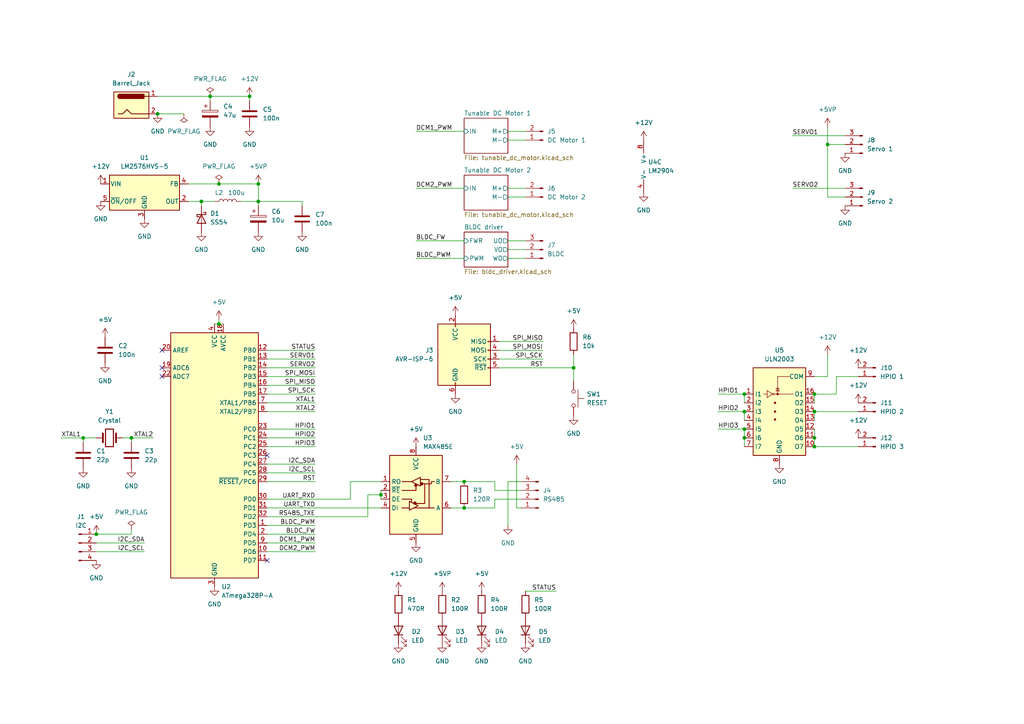
<source format=kicad_sch>
(kicad_sch (version 20211123) (generator eeschema)
  (paper "A4")
  (lib_symbols
    (symbol "Amplifier_Operational:LM2904" (pin_names (offset 0.127))
      (property "Reference" "U" (at 0 5.08 0))
      (property "Value" "LM2904" (at 0 -5.08 0))
      (symbol "LM2904_1_1"
        (polyline (pts (xy -5.08 5.08) (xy 5.08 0) (xy -5.08 -5.08) (xy -5.08 5.08)) (stroke (width 0.254)) (fill (type background)))
        (pin output line (at 7.62 0 180) (length 2.54) (name "~") (number "1"))
        (pin input line (at -7.62 -2.54 0) (length 2.54) (name "-") (number "2"))
        (pin input line (at -7.62 2.54 0) (length 2.54) (name "+") (number "3"))
      )
      (symbol "LM2904_2_1"
        (polyline (pts (xy -5.08 5.08) (xy 5.08 0) (xy -5.08 -5.08) (xy -5.08 5.08)) (stroke (width 0.254)) (fill (type background)))
        (pin input line (at -7.62 2.54 0) (length 2.54) (name "+") (number "5"))
        (pin input line (at -7.62 -2.54 0) (length 2.54) (name "-") (number "6"))
        (pin output line (at 7.62 0 180) (length 2.54) (name "~") (number "7"))
      )
      (symbol "LM2904_3_1"
        (pin power_in line (at -2.54 -7.62 90) (length 3.81) (name "V-") (number "4"))
        (pin power_in line (at -2.54 7.62 270) (length 3.81) (name "V+") (number "8"))
      )
    )
    (symbol "Connector:AVR-ISP-6" (pin_names (offset 1.016))
      (property "Reference" "J" (at -6.35 11.43 0))
      (property "Value" "AVR-ISP-6" (at 0 11.43 0))
      (symbol "AVR-ISP-6_0_1"
        (rectangle (start -2.667 -6.858) (end -2.413 -7.62))
        (rectangle (start -2.667 10.16) (end -2.413 9.398))
        (rectangle (start 7.62 -2.413) (end 6.858 -2.667))
        (rectangle (start 7.62 0.127) (end 6.858 -0.127))
        (rectangle (start 7.62 2.667) (end 6.858 2.413))
        (rectangle (start 7.62 5.207) (end 6.858 4.953))
        (rectangle (start 7.62 10.16) (end -7.62 -7.62) (stroke (width 0.254)) (fill (type background)))
      )
      (symbol "AVR-ISP-6_1_1"
        (pin passive line (at 10.16 5.08 180) (length 2.54) (name "MISO") (number "1"))
        (pin passive line (at -2.54 12.7 270) (length 2.54) (name "VCC") (number "2"))
        (pin passive line (at 10.16 0 180) (length 2.54) (name "SCK") (number "3"))
        (pin passive line (at 10.16 2.54 180) (length 2.54) (name "MOSI") (number "4"))
        (pin passive line (at 10.16 -2.54 180) (length 2.54) (name "~{RST}") (number "5"))
        (pin passive line (at -2.54 -10.16 90) (length 2.54) (name "GND") (number "6"))
      )
    )
    (symbol "Connector:Barrel_Jack" (pin_names (offset 1.016))
      (property "Reference" "J" (at 0 5.334 0))
      (property "Value" "Barrel_Jack" (at 0 -5.08 0))
      (symbol "Barrel_Jack_0_1"
        (rectangle (start -5.08 3.81) (end 5.08 -3.81) (stroke (width 0.254)) (fill (type background)))
        (arc (start -3.302 3.175) (mid -3.937 2.54) (end -3.302 1.905) (stroke (width 0.254)))
        (arc (start -3.302 3.175) (mid -3.937 2.54) (end -3.302 1.905) (stroke (width 0.254)) (fill (type outline)))
        (polyline (pts (xy 5.08 2.54) (xy 3.81 2.54)) (stroke (width 0.254)))
        (polyline (pts (xy -3.81 -2.54) (xy -2.54 -2.54) (xy -1.27 -1.27) (xy 0 -2.54) (xy 2.54 -2.54) (xy 5.08 -2.54)) (stroke (width 0.254)))
        (rectangle (start 3.683 3.175) (end -3.302 1.905) (stroke (width 0.254)) (fill (type outline)))
      )
      (symbol "Barrel_Jack_1_1"
        (pin passive line (at 7.62 2.54 180) (length 2.54) (name "~") (number "1"))
        (pin passive line (at 7.62 -2.54 180) (length 2.54) (name "~") (number "2"))
      )
    )
    (symbol "Connector:Conn_01x02_Male" (pin_names (offset 1.016) hide)
      (property "Reference" "J" (at 0 2.54 0))
      (property "Value" "Conn_01x02_Male" (at 0 -5.08 0))
      (symbol "Conn_01x02_Male_1_1"
        (polyline (pts (xy 1.27 -2.54) (xy 0.8636 -2.54)) (stroke (width 0.1524)))
        (polyline (pts (xy 1.27 0) (xy 0.8636 0)) (stroke (width 0.1524)))
        (rectangle (start 0.8636 -2.413) (end 0 -2.667) (stroke (width 0.1524)) (fill (type outline)))
        (rectangle (start 0.8636 0.127) (end 0 -0.127) (stroke (width 0.1524)) (fill (type outline)))
        (pin passive line (at 5.08 0 180) (length 3.81) (name "Pin_1") (number "1"))
        (pin passive line (at 5.08 -2.54 180) (length 3.81) (name "Pin_2") (number "2"))
      )
    )
    (symbol "Connector:Conn_01x03_Male" (pin_names (offset 1.016) hide)
      (property "Reference" "J" (at 0 5.08 0))
      (property "Value" "Conn_01x03_Male" (at 0 -5.08 0))
      (symbol "Conn_01x03_Male_1_1"
        (polyline (pts (xy 1.27 -2.54) (xy 0.8636 -2.54)) (stroke (width 0.1524)))
        (polyline (pts (xy 1.27 0) (xy 0.8636 0)) (stroke (width 0.1524)))
        (polyline (pts (xy 1.27 2.54) (xy 0.8636 2.54)) (stroke (width 0.1524)))
        (rectangle (start 0.8636 -2.413) (end 0 -2.667) (stroke (width 0.1524)) (fill (type outline)))
        (rectangle (start 0.8636 0.127) (end 0 -0.127) (stroke (width 0.1524)) (fill (type outline)))
        (rectangle (start 0.8636 2.667) (end 0 2.413) (stroke (width 0.1524)) (fill (type outline)))
        (pin passive line (at 5.08 2.54 180) (length 3.81) (name "Pin_1") (number "1"))
        (pin passive line (at 5.08 0 180) (length 3.81) (name "Pin_2") (number "2"))
        (pin passive line (at 5.08 -2.54 180) (length 3.81) (name "Pin_3") (number "3"))
      )
    )
    (symbol "Connector:Conn_01x04_Male" (pin_names (offset 1.016) hide)
      (property "Reference" "J" (at 0 5.08 0))
      (property "Value" "Conn_01x04_Male" (at 0 -7.62 0))
      (symbol "Conn_01x04_Male_1_1"
        (polyline (pts (xy 1.27 -5.08) (xy 0.8636 -5.08)) (stroke (width 0.1524)))
        (polyline (pts (xy 1.27 -2.54) (xy 0.8636 -2.54)) (stroke (width 0.1524)))
        (polyline (pts (xy 1.27 0) (xy 0.8636 0)) (stroke (width 0.1524)))
        (polyline (pts (xy 1.27 2.54) (xy 0.8636 2.54)) (stroke (width 0.1524)))
        (rectangle (start 0.8636 -4.953) (end 0 -5.207) (stroke (width 0.1524)) (fill (type outline)))
        (rectangle (start 0.8636 -2.413) (end 0 -2.667) (stroke (width 0.1524)) (fill (type outline)))
        (rectangle (start 0.8636 0.127) (end 0 -0.127) (stroke (width 0.1524)) (fill (type outline)))
        (rectangle (start 0.8636 2.667) (end 0 2.413) (stroke (width 0.1524)) (fill (type outline)))
        (pin passive line (at 5.08 2.54 180) (length 3.81) (name "Pin_1") (number "1"))
        (pin passive line (at 5.08 0 180) (length 3.81) (name "Pin_2") (number "2"))
        (pin passive line (at 5.08 -2.54 180) (length 3.81) (name "Pin_3") (number "3"))
        (pin passive line (at 5.08 -5.08 180) (length 3.81) (name "Pin_4") (number "4"))
      )
    )
    (symbol "Device:C" (pin_numbers hide) (pin_names (offset 0.254))
      (property "Reference" "C" (at 0.635 2.54 0))
      (property "Value" "C" (at 0.635 -2.54 0))
      (symbol "C_0_1"
        (polyline (pts (xy -2.032 -0.762) (xy 2.032 -0.762)) (stroke (width 0.508)))
        (polyline (pts (xy -2.032 0.762) (xy 2.032 0.762)) (stroke (width 0.508)))
      )
      (symbol "C_1_1"
        (pin passive line (at 0 3.81 270) (length 2.794) (name "~") (number "1"))
        (pin passive line (at 0 -3.81 90) (length 2.794) (name "~") (number "2"))
      )
    )
    (symbol "Device:C_Polarized" (pin_numbers hide) (pin_names (offset 0.254))
      (property "Reference" "C" (at 0.635 2.54 0))
      (property "Value" "C_Polarized" (at 0.635 -2.54 0))
      (symbol "C_Polarized_0_1"
        (rectangle (start -2.286 0.508) (end 2.286 1.016))
        (polyline (pts (xy -1.778 2.286) (xy -0.762 2.286)))
        (polyline (pts (xy -1.27 2.794) (xy -1.27 1.778)))
        (rectangle (start 2.286 -0.508) (end -2.286 -1.016) (fill (type outline)))
      )
      (symbol "C_Polarized_1_1"
        (pin passive line (at 0 3.81 270) (length 2.794) (name "~") (number "1"))
        (pin passive line (at 0 -3.81 90) (length 2.794) (name "~") (number "2"))
      )
    )
    (symbol "Device:Crystal" (pin_numbers hide) (pin_names (offset 1.016) hide)
      (property "Reference" "Y" (at 0 3.81 0))
      (property "Value" "Crystal" (at 0 -3.81 0))
      (symbol "Crystal_0_1"
        (rectangle (start -1.143 2.54) (end 1.143 -2.54) (stroke (width 0.3048)))
        (polyline (pts (xy -2.54 0) (xy -1.905 0)))
        (polyline (pts (xy -1.905 -1.27) (xy -1.905 1.27)) (stroke (width 0.508)))
        (polyline (pts (xy 1.905 -1.27) (xy 1.905 1.27)) (stroke (width 0.508)))
        (polyline (pts (xy 2.54 0) (xy 1.905 0)))
      )
      (symbol "Crystal_1_1"
        (pin passive line (at -3.81 0 0) (length 1.27) (name "1") (number "1"))
        (pin passive line (at 3.81 0 180) (length 1.27) (name "2") (number "2"))
      )
    )
    (symbol "Device:D_Schottky" (pin_numbers hide) (pin_names (offset 1.016) hide)
      (property "Reference" "D" (at 0 2.54 0))
      (property "Value" "D_Schottky" (at 0 -2.54 0))
      (symbol "D_Schottky_0_1"
        (polyline (pts (xy 1.27 0) (xy -1.27 0)))
        (polyline (pts (xy 1.27 1.27) (xy 1.27 -1.27) (xy -1.27 0) (xy 1.27 1.27)) (stroke (width 0.254)))
        (polyline (pts (xy -1.905 0.635) (xy -1.905 1.27) (xy -1.27 1.27) (xy -1.27 -1.27) (xy -0.635 -1.27) (xy -0.635 -0.635)) (stroke (width 0.254)))
      )
      (symbol "D_Schottky_1_1"
        (pin passive line (at -3.81 0 0) (length 2.54) (name "K") (number "1"))
        (pin passive line (at 3.81 0 180) (length 2.54) (name "A") (number "2"))
      )
    )
    (symbol "Device:L" (pin_numbers hide) (pin_names (offset 1.016) hide)
      (property "Reference" "L" (at -1.27 0 90))
      (property "Value" "L" (at 1.905 0 90))
      (symbol "L_0_1"
        (arc (start 0 -2.54) (mid 0.635 -1.905) (end 0 -1.27))
        (arc (start 0 -1.27) (mid 0.635 -0.635) (end 0 0))
        (arc (start 0 0) (mid 0.635 0.635) (end 0 1.27))
        (arc (start 0 1.27) (mid 0.635 1.905) (end 0 2.54))
      )
      (symbol "L_1_1"
        (pin passive line (at 0 3.81 270) (length 1.27) (name "1") (number "1"))
        (pin passive line (at 0 -3.81 90) (length 1.27) (name "2") (number "2"))
      )
    )
    (symbol "Device:LED" (pin_numbers hide) (pin_names (offset 1.016) hide)
      (property "Reference" "D" (at 0 2.54 0))
      (property "Value" "LED" (at 0 -2.54 0))
      (symbol "LED_0_1"
        (polyline (pts (xy -1.27 -1.27) (xy -1.27 1.27)) (stroke (width 0.254)))
        (polyline (pts (xy -1.27 0) (xy 1.27 0)))
        (polyline (pts (xy 1.27 -1.27) (xy 1.27 1.27) (xy -1.27 0) (xy 1.27 -1.27)) (stroke (width 0.254)))
        (polyline (pts (xy -3.048 -0.762) (xy -4.572 -2.286) (xy -3.81 -2.286) (xy -4.572 -2.286) (xy -4.572 -1.524)))
        (polyline (pts (xy -1.778 -0.762) (xy -3.302 -2.286) (xy -2.54 -2.286) (xy -3.302 -2.286) (xy -3.302 -1.524)))
      )
      (symbol "LED_1_1"
        (pin passive line (at -3.81 0 0) (length 2.54) (name "K") (number "1"))
        (pin passive line (at 3.81 0 180) (length 2.54) (name "A") (number "2"))
      )
    )
    (symbol "Device:R" (pin_numbers hide) (pin_names (offset 0))
      (property "Reference" "R" (at 2.032 0 90))
      (property "Value" "R" (at 0 0 90))
      (symbol "R_0_1"
        (rectangle (start -1.016 -2.54) (end 1.016 2.54) (stroke (width 0.254)))
      )
      (symbol "R_1_1"
        (pin passive line (at 0 3.81 270) (length 1.27) (name "~") (number "1"))
        (pin passive line (at 0 -3.81 90) (length 1.27) (name "~") (number "2"))
      )
    )
    (symbol "Interface_UART:MAX485E"
      (property "Reference" "U" (at -6.096 11.43 0))
      (property "Value" "MAX485E" (at 0.762 11.43 0))
      (symbol "MAX485E_0_1"
        (rectangle (start -7.62 10.16) (end 7.62 -12.7) (stroke (width 0.254)) (fill (type background)))
        (circle (center -0.3048 -3.683) (radius 0.3556) (stroke (width 0.254)) (fill (type outline)))
        (circle (center -0.0254 1.4986) (radius 0.3556) (stroke (width 0.254)) (fill (type outline)))
        (polyline (pts (xy -4.064 -5.08) (xy -1.905 -5.08)) (stroke (width 0.254)))
        (polyline (pts (xy -4.064 2.54) (xy -1.27 2.54)) (stroke (width 0.254)))
        (polyline (pts (xy -1.27 -3.2004) (xy -1.27 -3.4544)) (stroke (width 0.254)))
        (polyline (pts (xy -0.635 -5.08) (xy 5.334 -5.08)) (stroke (width 0.254)))
        (polyline (pts (xy -4.064 -2.54) (xy -1.27 -2.54) (xy -1.27 -3.175)) (stroke (width 0.254)))
        (polyline (pts (xy 0 1.27) (xy 0 0) (xy -4.064 0)) (stroke (width 0.254)))
        (polyline (pts (xy 1.27 3.175) (xy 3.81 3.175) (xy 3.81 -5.08)) (stroke (width 0.254)))
        (polyline (pts (xy 2.54 1.905) (xy 2.54 -3.81) (xy 0 -3.81)) (stroke (width 0.254)))
        (polyline (pts (xy -1.905 -3.175) (xy -1.905 -5.715) (xy 0.635 -4.445) (xy -1.905 -3.175)) (stroke (width 0.254)))
        (polyline (pts (xy -1.27 2.54) (xy 1.27 3.81) (xy 1.27 1.27) (xy -1.27 2.54)) (stroke (width 0.254)))
        (polyline (pts (xy 1.905 1.905) (xy 4.445 1.905) (xy 4.445 2.54) (xy 5.334 2.54)) (stroke (width 0.254)))
        (rectangle (start 1.27 3.175) (end 1.27 3.175))
        (circle (center 1.651 1.905) (radius 0.3556) (stroke (width 0.254)) (fill (type outline)))
      )
      (symbol "MAX485E_1_1"
        (pin output line (at -10.16 2.54 0) (length 2.54) (name "RO") (number "1"))
        (pin input line (at -10.16 0 0) (length 2.54) (name "~{RE}") (number "2"))
        (pin input line (at -10.16 -2.54 0) (length 2.54) (name "DE") (number "3"))
        (pin input line (at -10.16 -5.08 0) (length 2.54) (name "DI") (number "4"))
        (pin power_in line (at 0 -15.24 90) (length 2.54) (name "GND") (number "5"))
        (pin bidirectional line (at 10.16 -5.08 180) (length 2.54) (name "A") (number "6"))
        (pin bidirectional line (at 10.16 2.54 180) (length 2.54) (name "B") (number "7"))
        (pin power_in line (at 0 12.7 270) (length 2.54) (name "VCC") (number "8"))
      )
    )
    (symbol "MCU_Microchip_ATmega:ATmega328P-A"
      (property "Reference" "U" (at -12.7 36.83 0))
      (property "Value" "ATmega328P-A" (at 2.54 -36.83 0))
      (symbol "ATmega328P-A_0_1"
        (rectangle (start -12.7 -35.56) (end 12.7 35.56) (stroke (width 0.254)) (fill (type background)))
      )
      (symbol "ATmega328P-A_1_1"
        (pin bidirectional line (at 15.24 -20.32 180) (length 2.54) (name "PD3") (number "1"))
        (pin bidirectional line (at 15.24 -27.94 180) (length 2.54) (name "PD6") (number "10"))
        (pin bidirectional line (at 15.24 -30.48 180) (length 2.54) (name "PD7") (number "11"))
        (pin bidirectional line (at 15.24 30.48 180) (length 2.54) (name "PB0") (number "12"))
        (pin bidirectional line (at 15.24 27.94 180) (length 2.54) (name "PB1") (number "13"))
        (pin bidirectional line (at 15.24 25.4 180) (length 2.54) (name "PB2") (number "14"))
        (pin bidirectional line (at 15.24 22.86 180) (length 2.54) (name "PB3") (number "15"))
        (pin bidirectional line (at 15.24 20.32 180) (length 2.54) (name "PB4") (number "16"))
        (pin bidirectional line (at 15.24 17.78 180) (length 2.54) (name "PB5") (number "17"))
        (pin power_in line (at 2.54 38.1 270) (length 2.54) (name "AVCC") (number "18"))
        (pin input line (at -15.24 25.4 0) (length 2.54) (name "ADC6") (number "19"))
        (pin bidirectional line (at 15.24 -22.86 180) (length 2.54) (name "PD4") (number "2"))
        (pin passive line (at -15.24 30.48 0) (length 2.54) (name "AREF") (number "20"))
        (pin passive line (at 0 -38.1 90) (length 2.54) hide (name "GND") (number "21"))
        (pin input line (at -15.24 22.86 0) (length 2.54) (name "ADC7") (number "22"))
        (pin bidirectional line (at 15.24 7.62 180) (length 2.54) (name "PC0") (number "23"))
        (pin bidirectional line (at 15.24 5.08 180) (length 2.54) (name "PC1") (number "24"))
        (pin bidirectional line (at 15.24 2.54 180) (length 2.54) (name "PC2") (number "25"))
        (pin bidirectional line (at 15.24 0 180) (length 2.54) (name "PC3") (number "26"))
        (pin bidirectional line (at 15.24 -2.54 180) (length 2.54) (name "PC4") (number "27"))
        (pin bidirectional line (at 15.24 -5.08 180) (length 2.54) (name "PC5") (number "28"))
        (pin bidirectional line (at 15.24 -7.62 180) (length 2.54) (name "~{RESET}/PC6") (number "29"))
        (pin power_in line (at 0 -38.1 90) (length 2.54) (name "GND") (number "3"))
        (pin bidirectional line (at 15.24 -12.7 180) (length 2.54) (name "PD0") (number "30"))
        (pin bidirectional line (at 15.24 -15.24 180) (length 2.54) (name "PD1") (number "31"))
        (pin bidirectional line (at 15.24 -17.78 180) (length 2.54) (name "PD2") (number "32"))
        (pin power_in line (at 0 38.1 270) (length 2.54) (name "VCC") (number "4"))
        (pin passive line (at 0 -38.1 90) (length 2.54) hide (name "GND") (number "5"))
        (pin passive line (at 0 38.1 270) (length 2.54) hide (name "VCC") (number "6"))
        (pin bidirectional line (at 15.24 15.24 180) (length 2.54) (name "XTAL1/PB6") (number "7"))
        (pin bidirectional line (at 15.24 12.7 180) (length 2.54) (name "XTAL2/PB7") (number "8"))
        (pin bidirectional line (at 15.24 -25.4 180) (length 2.54) (name "PD5") (number "9"))
      )
    )
    (symbol "Regulator_Switching:LM2576HVS-5" (pin_names (offset 0.254))
      (property "Reference" "U" (at -10.16 6.35 0))
      (property "Value" "LM2576HVS-5" (at 0 6.35 0))
      (symbol "LM2576HVS-5_0_1"
        (rectangle (start -10.16 5.08) (end 10.16 -5.08) (stroke (width 0.254)) (fill (type background)))
      )
      (symbol "LM2576HVS-5_1_1"
        (pin power_in line (at -12.7 2.54 0) (length 2.54) (name "VIN") (number "1"))
        (pin output line (at 12.7 -2.54 180) (length 2.54) (name "OUT") (number "2"))
        (pin power_in line (at 0 -7.62 90) (length 2.54) (name "GND") (number "3"))
        (pin input line (at 12.7 2.54 180) (length 2.54) (name "FB") (number "4"))
        (pin input line (at -12.7 -2.54 0) (length 2.54) (name "~{ON}/OFF") (number "5"))
      )
    )
    (symbol "Switch:SW_Push" (pin_numbers hide) (pin_names (offset 1.016) hide)
      (property "Reference" "SW" (at 1.27 2.54 0))
      (property "Value" "SW_Push" (at 0 -1.524 0))
      (symbol "SW_Push_0_1"
        (circle (center -2.032 0) (radius 0.508))
        (polyline (pts (xy 0 1.27) (xy 0 3.048)))
        (polyline (pts (xy 2.54 1.27) (xy -2.54 1.27)))
        (circle (center 2.032 0) (radius 0.508))
        (pin passive line (at -5.08 0 0) (length 2.54) (name "1") (number "1"))
        (pin passive line (at 5.08 0 180) (length 2.54) (name "2") (number "2"))
      )
    )
    (symbol "Transistor_Array:ULN2003"
      (property "Reference" "U" (at 0 15.875 0))
      (property "Value" "ULN2003" (at 0 13.97 0))
      (symbol "ULN2003_0_1"
        (rectangle (start -7.62 -12.7) (end 7.62 12.7) (stroke (width 0.254)) (fill (type background)))
        (circle (center -1.778 5.08) (radius 0.254))
        (circle (center -1.27 -2.286) (radius 0.254) (fill (type outline)))
        (circle (center -1.27 0) (radius 0.254) (fill (type outline)))
        (circle (center -1.27 2.54) (radius 0.254) (fill (type outline)))
        (circle (center -0.508 5.08) (radius 0.254) (fill (type outline)))
        (polyline (pts (xy -4.572 5.08) (xy -3.556 5.08)))
        (polyline (pts (xy -1.524 5.08) (xy 4.064 5.08)))
        (polyline (pts (xy 0 6.731) (xy -1.016 6.731)))
        (polyline (pts (xy -0.508 5.08) (xy -0.508 10.16) (xy 2.921 10.16)))
        (polyline (pts (xy -3.556 6.096) (xy -3.556 4.064) (xy -2.032 5.08) (xy -3.556 6.096)))
        (polyline (pts (xy 0 5.969) (xy -1.016 5.969) (xy -0.508 6.731) (xy 0 5.969)))
      )
      (symbol "ULN2003_1_1"
        (pin input line (at -10.16 5.08 0) (length 2.54) (name "I1") (number "1"))
        (pin open_collector line (at 10.16 -10.16 180) (length 2.54) (name "O7") (number "10"))
        (pin open_collector line (at 10.16 -7.62 180) (length 2.54) (name "O6") (number "11"))
        (pin open_collector line (at 10.16 -5.08 180) (length 2.54) (name "O5") (number "12"))
        (pin open_collector line (at 10.16 -2.54 180) (length 2.54) (name "O4") (number "13"))
        (pin open_collector line (at 10.16 0 180) (length 2.54) (name "O3") (number "14"))
        (pin open_collector line (at 10.16 2.54 180) (length 2.54) (name "O2") (number "15"))
        (pin open_collector line (at 10.16 5.08 180) (length 2.54) (name "O1") (number "16"))
        (pin input line (at -10.16 2.54 0) (length 2.54) (name "I2") (number "2"))
        (pin input line (at -10.16 0 0) (length 2.54) (name "I3") (number "3"))
        (pin input line (at -10.16 -2.54 0) (length 2.54) (name "I4") (number "4"))
        (pin input line (at -10.16 -5.08 0) (length 2.54) (name "I5") (number "5"))
        (pin input line (at -10.16 -7.62 0) (length 2.54) (name "I6") (number "6"))
        (pin input line (at -10.16 -10.16 0) (length 2.54) (name "I7") (number "7"))
        (pin power_in line (at 0 -15.24 90) (length 2.54) (name "GND") (number "8"))
        (pin passive line (at 10.16 10.16 180) (length 2.54) (name "COM") (number "9"))
      )
    )
    (symbol "power:+12V" (power) (pin_names (offset 0))
      (property "Value" "+12V" (at 0 3.556 0))
      (symbol "+12V_0_1"
        (polyline (pts (xy -0.762 1.27) (xy 0 2.54)))
        (polyline (pts (xy 0 0) (xy 0 2.54)))
        (polyline (pts (xy 0 2.54) (xy 0.762 1.27)))
      )
      (symbol "+12V_1_1"
        (pin power_in line (at 0 0 90) (length 0) hide (name "+12V") (number "1"))
      )
    )
    (symbol "power:+5V" (power) (pin_names (offset 0))
      (property "Value" "+5V" (at 0 3.556 0))
      (symbol "+5V_0_1"
        (polyline (pts (xy -0.762 1.27) (xy 0 2.54)))
        (polyline (pts (xy 0 0) (xy 0 2.54)))
        (polyline (pts (xy 0 2.54) (xy 0.762 1.27)))
      )
      (symbol "+5V_1_1"
        (pin power_in line (at 0 0 90) (length 0) hide (name "+5V") (number "1"))
      )
    )
    (symbol "power:+5VP" (power) (pin_names (offset 0))
      (property "Value" "+5VP" (at 0 3.556 0))
      (symbol "+5VP_0_1"
        (polyline (pts (xy -0.762 1.27) (xy 0 2.54)))
        (polyline (pts (xy 0 0) (xy 0 2.54)))
        (polyline (pts (xy 0 2.54) (xy 0.762 1.27)))
      )
      (symbol "+5VP_1_1"
        (pin power_in line (at 0 0 90) (length 0) hide (name "+5VP") (number "1"))
      )
    )
    (symbol "power:GND" (power) (pin_names (offset 0))
      (property "Value" "GND" (at 0 -3.81 0))
      (symbol "GND_0_1"
        (polyline (pts (xy 0 0) (xy 0 -1.27) (xy 1.27 -1.27) (xy 0 -2.54) (xy -1.27 -1.27) (xy 0 -1.27)))
      )
      (symbol "GND_1_1"
        (pin power_in line (at 0 0 270) (length 0) hide (name "GND") (number "1"))
      )
    )
    (symbol "power:PWR_FLAG" (power) (pin_numbers hide) (pin_names (offset 0) hide)
      (property "Value" "PWR_FLAG" (at 0 3.81 0))
      (symbol "PWR_FLAG_0_0"
        (pin power_out line (at 0 0 90) (length 0) (name "pwr") (number "1"))
      )
      (symbol "PWR_FLAG_0_1"
        (polyline (pts (xy 0 0) (xy 0 1.27) (xy -1.016 1.905) (xy 0 2.54) (xy 1.016 1.905) (xy 0 1.27)))
      )
    )
  )
  (junction (at 134.62 147.32))
  (junction (at 236.22 129.54))
  (junction (at 27.94 154.94))
  (junction (at 63.5 53.34))
  (junction (at 110.49 143.51))
  (junction (at 45.72 33.02))
  (junction (at 38.1 127))
  (junction (at 236.22 127))
  (junction (at 215.9 124.46))
  (junction (at 58.42 58.42))
  (junction (at 72.39 27.94))
  (junction (at 236.22 114.3))
  (junction (at 24.13 127))
  (junction (at 166.37 106.68))
  (junction (at 74.93 53.34))
  (junction (at 215.9 114.3))
  (junction (at 134.62 139.7))
  (junction (at 215.9 119.38))
  (junction (at 240.03 41.91))
  (junction (at 74.93 58.42))
  (junction (at 60.96 27.94))
  (junction (at 215.9 127))
  (junction (at 63.5 93.98))
  (junction (at 236.22 119.38))
  (no_connect (at 77.47 132.08))
  (no_connect (at 46.99 106.68))
  (no_connect (at 77.47 162.56))
  (no_connect (at 46.99 101.6))
  (no_connect (at 46.99 109.22))
  (wire (pts (xy 147.32 57.15) (xy 152.4 57.15)))
  (wire (pts (xy 236.22 129.54) (xy 248.92 129.54)))
  (wire (pts (xy 27.94 157.48) (xy 41.91 157.48)))
  (wire (pts (xy 77.47 116.84) (xy 91.44 116.84)))
  (wire (pts (xy 77.47 129.54) (xy 91.44 129.54)))
  (wire (pts (xy 62.23 93.98) (xy 63.5 93.98)))
  (wire (pts (xy 54.61 58.42) (xy 58.42 58.42)))
  (wire (pts (xy 45.72 27.94) (xy 60.96 27.94)))
  (wire (pts (xy 240.03 109.22) (xy 236.22 109.22)))
  (wire (pts (xy 58.42 58.42) (xy 62.23 58.42)))
  (wire (pts (xy 166.37 106.68) (xy 166.37 110.49)))
  (wire (pts (xy 77.47 157.48) (xy 91.44 157.48)))
  (wire (pts (xy 215.9 114.3) (xy 215.9 116.84)))
  (wire (pts (xy 77.47 111.76) (xy 91.44 111.76)))
  (wire (pts (xy 208.28 114.3) (xy 215.9 114.3)))
  (wire (pts (xy 106.68 149.86) (xy 106.68 143.51)))
  (wire (pts (xy 101.6 139.7) (xy 101.6 144.78)))
  (wire (pts (xy 215.9 119.38) (xy 215.9 121.92)))
  (wire (pts (xy 77.47 101.6) (xy 91.44 101.6)))
  (wire (pts (xy 215.9 127) (xy 215.9 129.54)))
  (wire (pts (xy 38.1 153.67) (xy 38.1 154.94)))
  (wire (pts (xy 149.86 134.62) (xy 149.86 147.32)))
  (wire (pts (xy 134.62 54.61) (xy 120.65 54.61)))
  (wire (pts (xy 134.62 74.93) (xy 120.65 74.93)))
  (wire (pts (xy 38.1 127) (xy 35.56 127)))
  (wire (pts (xy 134.62 69.85) (xy 120.65 69.85)))
  (wire (pts (xy 24.13 127) (xy 27.94 127)))
  (wire (pts (xy 144.78 104.14) (xy 157.48 104.14)))
  (wire (pts (xy 77.47 139.7) (xy 91.44 139.7)))
  (wire (pts (xy 130.81 139.7) (xy 134.62 139.7)))
  (wire (pts (xy 151.13 139.7) (xy 147.32 139.7)))
  (wire (pts (xy 17.78 127) (xy 24.13 127)))
  (wire (pts (xy 144.78 99.06) (xy 157.48 99.06)))
  (wire (pts (xy 240.03 36.83) (xy 240.03 41.91)))
  (wire (pts (xy 134.62 147.32) (xy 143.51 147.32)))
  (wire (pts (xy 147.32 72.39) (xy 152.4 72.39)))
  (wire (pts (xy 248.92 109.22) (xy 242.57 109.22)))
  (wire (pts (xy 134.62 38.1) (xy 120.65 38.1)))
  (wire (pts (xy 60.96 27.94) (xy 60.96 29.21)))
  (wire (pts (xy 77.47 147.32) (xy 110.49 147.32)))
  (wire (pts (xy 143.51 142.24) (xy 151.13 142.24)))
  (wire (pts (xy 166.37 102.87) (xy 166.37 106.68)))
  (wire (pts (xy 77.47 149.86) (xy 106.68 149.86)))
  (wire (pts (xy 38.1 128.27) (xy 38.1 127)))
  (wire (pts (xy 77.47 119.38) (xy 91.44 119.38)))
  (wire (pts (xy 240.03 102.87) (xy 240.03 109.22)))
  (wire (pts (xy 63.5 93.98) (xy 64.77 93.98)))
  (wire (pts (xy 143.51 147.32) (xy 143.51 144.78)))
  (wire (pts (xy 27.94 160.02) (xy 41.91 160.02)))
  (wire (pts (xy 134.62 139.7) (xy 143.51 139.7)))
  (wire (pts (xy 77.47 160.02) (xy 91.44 160.02)))
  (wire (pts (xy 147.32 38.1) (xy 152.4 38.1)))
  (wire (pts (xy 63.5 92.71) (xy 63.5 93.98)))
  (wire (pts (xy 110.49 143.51) (xy 110.49 144.78)))
  (wire (pts (xy 147.32 74.93) (xy 152.4 74.93)))
  (wire (pts (xy 77.47 154.94) (xy 91.44 154.94)))
  (wire (pts (xy 152.4 171.45) (xy 161.29 171.45)))
  (wire (pts (xy 77.47 134.62) (xy 91.44 134.62)))
  (wire (pts (xy 229.87 39.37) (xy 245.11 39.37)))
  (wire (pts (xy 236.22 124.46) (xy 236.22 127)))
  (wire (pts (xy 242.57 109.22) (xy 242.57 114.3)))
  (wire (pts (xy 77.47 104.14) (xy 91.44 104.14)))
  (wire (pts (xy 77.47 137.16) (xy 91.44 137.16)))
  (wire (pts (xy 77.47 106.68) (xy 91.44 106.68)))
  (wire (pts (xy 27.94 154.94) (xy 38.1 154.94)))
  (wire (pts (xy 144.78 101.6) (xy 157.48 101.6)))
  (wire (pts (xy 87.63 58.42) (xy 74.93 58.42)))
  (wire (pts (xy 106.68 143.51) (xy 110.49 143.51)))
  (wire (pts (xy 77.47 144.78) (xy 101.6 144.78)))
  (wire (pts (xy 147.32 139.7) (xy 147.32 152.4)))
  (wire (pts (xy 74.93 58.42) (xy 74.93 53.34)))
  (wire (pts (xy 72.39 27.94) (xy 60.96 27.94)))
  (wire (pts (xy 77.47 114.3) (xy 91.44 114.3)))
  (wire (pts (xy 236.22 119.38) (xy 248.92 119.38)))
  (wire (pts (xy 236.22 114.3) (xy 236.22 116.84)))
  (wire (pts (xy 130.81 147.32) (xy 134.62 147.32)))
  (wire (pts (xy 236.22 119.38) (xy 236.22 121.92)))
  (wire (pts (xy 38.1 127) (xy 44.45 127)))
  (wire (pts (xy 242.57 114.3) (xy 236.22 114.3)))
  (wire (pts (xy 144.78 106.68) (xy 166.37 106.68)))
  (wire (pts (xy 87.63 59.69) (xy 87.63 58.42)))
  (wire (pts (xy 77.47 152.4) (xy 91.44 152.4)))
  (wire (pts (xy 77.47 127) (xy 91.44 127)))
  (wire (pts (xy 45.72 33.02) (xy 53.34 33.02)))
  (wire (pts (xy 72.39 29.21) (xy 72.39 27.94)))
  (wire (pts (xy 77.47 109.22) (xy 91.44 109.22)))
  (wire (pts (xy 147.32 69.85) (xy 152.4 69.85)))
  (wire (pts (xy 143.51 144.78) (xy 151.13 144.78)))
  (wire (pts (xy 110.49 142.24) (xy 110.49 143.51)))
  (wire (pts (xy 240.03 57.15) (xy 245.11 57.15)))
  (wire (pts (xy 240.03 41.91) (xy 240.03 57.15)))
  (wire (pts (xy 147.32 54.61) (xy 152.4 54.61)))
  (wire (pts (xy 74.93 53.34) (xy 63.5 53.34)))
  (wire (pts (xy 208.28 119.38) (xy 215.9 119.38)))
  (wire (pts (xy 74.93 58.42) (xy 74.93 59.69)))
  (wire (pts (xy 147.32 40.64) (xy 152.4 40.64)))
  (wire (pts (xy 143.51 139.7) (xy 143.51 142.24)))
  (wire (pts (xy 63.5 53.34) (xy 54.61 53.34)))
  (wire (pts (xy 229.87 54.61) (xy 245.11 54.61)))
  (wire (pts (xy 215.9 124.46) (xy 215.9 127)))
  (wire (pts (xy 240.03 41.91) (xy 245.11 41.91)))
  (wire (pts (xy 151.13 147.32) (xy 149.86 147.32)))
  (wire (pts (xy 110.49 139.7) (xy 101.6 139.7)))
  (wire (pts (xy 208.28 124.46) (xy 215.9 124.46)))
  (wire (pts (xy 77.47 124.46) (xy 91.44 124.46)))
  (wire (pts (xy 58.42 58.42) (xy 58.42 59.69)))
  (wire (pts (xy 236.22 127) (xy 236.22 129.54)))
  (wire (pts (xy 69.85 58.42) (xy 74.93 58.42)))
  (wire (pts (xy 24.13 128.27) (xy 24.13 127)))
  (label "RST" (at 157.48 106.68 180))
  (label "I2C_SCL" (at 91.44 137.16 180))
  (label "I2C_SDA" (at 91.44 134.62 180))
  (label "SPI_MISO" (at 91.44 111.76 180))
  (label "BLDC_FW" (at 91.44 154.94 180))
  (label "SERVO1" (at 229.87 39.37 0))
  (label "SERVO1" (at 91.44 104.14 180))
  (label "XTAL1" (at 17.78 127 0))
  (label "UART_RXD" (at 91.44 144.78 180))
  (label "HPIO2" (at 91.44 127 180))
  (label "DCM1_PWM" (at 91.44 157.48 180))
  (label "HPIO3" (at 91.44 129.54 180))
  (label "I2C_SDA" (at 41.91 157.48 180))
  (label "XTAL2" (at 91.44 119.38 180))
  (label "DCM2_PWM" (at 91.44 160.02 180))
  (label "XTAL1" (at 91.44 116.84 180))
  (label "SERVO2" (at 91.44 106.68 180))
  (label "SPI_MISO" (at 157.48 99.06 180))
  (label "HPIO1" (at 91.44 124.46 180))
  (label "DCM2_PWM" (at 120.65 54.61 0))
  (label "UART_TXD" (at 91.44 147.32 180))
  (label "I2C_SCL" (at 41.91 160.02 180))
  (label "STATUS" (at 91.44 101.6 180))
  (label "RS485_TXE" (at 91.44 149.86 180))
  (label "BLDC_FW" (at 120.65 69.85 0))
  (label "HPIO3" (at 208.28 124.46 0))
  (label "SERVO2" (at 229.87 54.61 0))
  (label "XTAL2" (at 44.45 127 180))
  (label "RST" (at 91.44 139.7 180))
  (label "DCM1_PWM" (at 120.65 38.1 0))
  (label "HPIO1" (at 208.28 114.3 0))
  (label "BLDC_PWM" (at 91.44 152.4 180))
  (label "SPI_SCK" (at 91.44 114.3 180))
  (label "SPI_MOSI" (at 91.44 109.22 180))
  (label "SPI_MOSI" (at 157.48 101.6 180))
  (label "HPIO2" (at 208.28 119.38 0))
  (label "STATUS" (at 161.29 171.45 180))
  (label "SPI_SCK" (at 157.48 104.14 180))
  (label "BLDC_PWM" (at 120.65 74.93 0))
  (symbol (lib_id "Regulator_Switching:LM2576HVS-5") (at 41.91 55.88 0) (unit 1)
    (property "Reference" "U1" (at 41.91 45.72 0))
    (property "Value" "LM2576HVS-5" (at 41.91 48.26 0))
    (property "Footprint" "Package_TO_SOT_SMD:TO-263-5_TabPin3" (effects hide))
    (property "Datasheet" "http://www.ti.com/lit/ds/symlink/lm2576.pdf" (effects hide))
  )
  (symbol (lib_id "power:GND") (at 60.96 36.83 0) (unit 1)
    (property "Reference" "#PWR012" (effects hide))
    (property "Value" "GND" (at 60.96 41.91 0))
  )
  (symbol (lib_id "Device:C") (at 87.63 63.5 0) (unit 1)
    (property "Reference" "C7" (at 91.44 62.2299 0) (effects (justify left)))
    (property "Value" "100n" (at 91.44 64.7699 0) (effects (justify left)))
    (property "Footprint" "Capacitor_SMD:C_0603_1608Metric" (effects hide))
  )
  (symbol (lib_id "power:+12V") (at 115.57 171.45 0) (unit 1)
    (property "Reference" "#PWR020" (effects hide))
    (property "Value" "+12V" (at 115.57 166.37 0))
  )
  (symbol (lib_id "power:+12V") (at 248.92 127 0) (unit 1)
    (property "Reference" "#PWR044" (effects hide))
    (property "Value" "+12V" (at 248.92 121.92 0))
  )
  (symbol (lib_id "Device:C") (at 24.13 132.08 0) (unit 1)
    (property "Reference" "C1" (at 27.94 130.8099 0) (effects (justify left)))
    (property "Value" "22p" (at 27.94 133.3499 0) (effects (justify left)))
    (property "Footprint" "Capacitor_SMD:C_0603_1608Metric" (effects hide))
  )
  (symbol (lib_id "Connector:Conn_01x03_Male") (at 250.19 41.91 180) (unit 1)
    (property "Reference" "J8" (at 251.46 40.6399 0) (effects (justify right)))
    (property "Value" "Servo 1" (at 251.46 43.1799 0) (effects (justify right)))
    (property "Footprint" "Connector_Molex:Molex_KK-254_AE-6410-03A_1x03_P2.54mm_Vertical" (effects hide))
  )
  (symbol (lib_id "power:+12V") (at 186.69 40.64 0) (unit 1)
    (property "Reference" "#PWR035" (effects hide))
    (property "Value" "+12V" (at 186.69 35.56 0))
  )
  (symbol (lib_id "power:GND") (at 45.72 33.02 0) (unit 1)
    (property "Reference" "#PWR010" (effects hide))
    (property "Value" "GND" (at 45.72 38.1 0))
  )
  (symbol (lib_id "Device:LED") (at 128.27 182.88 90) (unit 1)
    (property "Reference" "D3" (at 132.08 183.1974 90) (effects (justify right)))
    (property "Value" "LED" (at 132.08 185.7374 90) (effects (justify right)))
    (property "Footprint" "LED_SMD:LED_0603_1608Metric" (effects hide))
  )
  (symbol (lib_id "power:GND") (at 29.21 58.42 0) (unit 1)
    (property "Reference" "#PWR05" (effects hide))
    (property "Value" "GND" (at 29.21 63.5 0))
  )
  (symbol (lib_id "power:+12V") (at 29.21 53.34 0) (unit 1)
    (property "Reference" "#PWR04" (effects hide))
    (property "Value" "+12V" (at 29.21 48.26 0))
  )
  (symbol (lib_id "power:GND") (at 147.32 152.4 0) (unit 1)
    (property "Reference" "#PWR030" (effects hide))
    (property "Value" "GND" (at 147.32 157.48 0))
  )
  (symbol (lib_id "power:+5V") (at 30.48 97.79 0) (unit 1)
    (property "Reference" "#PWR06" (effects hide))
    (property "Value" "+5V" (at 30.48 92.71 0))
  )
  (symbol (lib_id "power:GND") (at 58.42 67.31 0) (unit 1)
    (property "Reference" "#PWR011" (effects hide))
    (property "Value" "GND" (at 58.42 72.39 0))
  )
  (symbol (lib_id "Connector:Conn_01x02_Male") (at 254 129.54 180) (unit 1)
    (property "Reference" "J12" (at 255.27 126.9999 0) (effects (justify right)))
    (property "Value" "HPIO 3" (at 255.27 129.5399 0) (effects (justify right)))
    (property "Footprint" "Connector_Molex:Molex_KK-254_AE-6410-02A_1x02_P2.54mm_Vertical" (effects hide))
  )
  (symbol (lib_id "Device:C") (at 38.1 132.08 0) (unit 1)
    (property "Reference" "C3" (at 41.91 130.8099 0) (effects (justify left)))
    (property "Value" "22p" (at 41.91 133.3499 0) (effects (justify left)))
    (property "Footprint" "Capacitor_SMD:C_0603_1608Metric" (effects hide))
  )
  (symbol (lib_id "Device:LED") (at 139.7 182.88 90) (unit 1)
    (property "Reference" "D4" (at 143.51 183.1974 90) (effects (justify right)))
    (property "Value" "LED" (at 143.51 185.7374 90) (effects (justify right)))
    (property "Footprint" "LED_SMD:LED_0603_1608Metric" (effects hide))
  )
  (symbol (lib_id "power:+5V") (at 132.08 91.44 0) (unit 1)
    (property "Reference" "#PWR026" (effects hide))
    (property "Value" "+5V" (at 132.08 86.36 0))
  )
  (symbol (lib_id "power:+5VP") (at 74.93 53.34 0) (unit 1)
    (property "Reference" "#PWR017" (effects hide))
    (property "Value" "+5VP" (at 74.93 48.26 0))
  )
  (symbol (lib_id "power:GND") (at 115.57 186.69 0) (unit 1)
    (property "Reference" "#PWR021" (effects hide))
    (property "Value" "GND" (at 115.57 191.77 0))
  )
  (symbol (lib_id "Connector:Conn_01x02_Male") (at 157.48 57.15 180) (unit 1)
    (property "Reference" "J6" (at 158.75 54.6099 0) (effects (justify right)))
    (property "Value" "DC Motor 2" (at 158.75 57.1499 0) (effects (justify right)))
    (property "Footprint" "Connector_Molex:Molex_KK-254_AE-6410-02A_1x02_P2.54mm_Vertical" (effects hide))
  )
  (symbol (lib_id "Connector:Conn_01x02_Male") (at 254 119.38 180) (unit 1)
    (property "Reference" "J11" (at 255.27 116.8399 0) (effects (justify right)))
    (property "Value" "HPIO 2" (at 255.27 119.3799 0) (effects (justify right)))
    (property "Footprint" "Connector_Molex:Molex_KK-254_AE-6410-02A_1x02_P2.54mm_Vertical" (effects hide))
  )
  (symbol (lib_id "Device:R") (at 166.37 99.06 0) (unit 1)
    (property "Reference" "R6" (at 168.91 97.7899 0) (effects (justify left)))
    (property "Value" "10k" (at 168.91 100.3299 0) (effects (justify left)))
    (property "Footprint" "Resistor_SMD:R_0603_1608Metric" (effects hide))
  )
  (symbol (lib_id "Connector:Conn_01x04_Male") (at 22.86 157.48 0) (unit 1)
    (property "Reference" "J1" (at 23.495 149.86 0))
    (property "Value" "I2C" (at 23.495 152.4 0))
    (property "Footprint" "Connector_Molex:Molex_KK-254_AE-6410-04A_1x04_P2.54mm_Vertical" (effects hide))
  )
  (symbol (lib_id "Device:C_Polarized") (at 74.93 63.5 0) (unit 1)
    (property "Reference" "C6" (at 78.74 61.3409 0) (effects (justify left)))
    (property "Value" "10u" (at 78.74 63.8809 0) (effects (justify left)))
    (property "Footprint" "Capacitor_THT:CP_Radial_D5.0mm_P2.50mm" (effects hide))
  )
  (symbol (lib_id "Device:R") (at 115.57 175.26 0) (unit 1)
    (property "Reference" "R1" (at 118.11 173.9899 0) (effects (justify left)))
    (property "Value" "470R" (at 118.11 176.5299 0) (effects (justify left)))
    (property "Footprint" "Resistor_SMD:R_0603_1608Metric" (effects hide))
  )
  (symbol (lib_id "power:GND") (at 30.48 105.41 0) (unit 1)
    (property "Reference" "#PWR07" (effects hide))
    (property "Value" "GND" (at 30.48 110.49 0))
  )
  (symbol (lib_id "MCU_Microchip_ATmega:ATmega328P-A") (at 62.23 132.08 0) (unit 1)
    (property "Reference" "U2" (at 64.2494 170.18 0) (effects (justify left)))
    (property "Value" "ATmega328P-A" (at 64.2494 172.72 0) (effects (justify left)))
    (property "Footprint" "Package_QFP:TQFP-32_7x7mm_P0.8mm" (effects hide))
    (property "Datasheet" "http://ww1.microchip.com/downloads/en/DeviceDoc/ATmega328_P%20AVR%20MCU%20with%20picoPower%20Technology%20Data%20Sheet%2040001984A.pdf" (effects hide))
  )
  (symbol (lib_id "Device:R") (at 128.27 175.26 0) (unit 1)
    (property "Reference" "R2" (at 130.81 173.9899 0) (effects (justify left)))
    (property "Value" "100R" (at 130.81 176.5299 0) (effects (justify left)))
    (property "Footprint" "Resistor_SMD:R_0603_1608Metric" (effects hide))
  )
  (symbol (lib_id "power:GND") (at 27.94 162.56 0) (unit 1)
    (property "Reference" "#PWR03" (effects hide))
    (property "Value" "GND" (at 27.94 167.64 0))
  )
  (symbol (lib_id "power:GND") (at 226.06 134.62 0) (unit 1)
    (property "Reference" "#PWR037" (effects hide))
    (property "Value" "GND" (at 226.06 139.7 0))
  )
  (symbol (lib_id "Device:D_Schottky") (at 58.42 63.5 270) (unit 1)
    (property "Reference" "D1" (at 60.96 61.9124 90) (effects (justify left)))
    (property "Value" "SS54" (at 60.96 64.4524 90) (effects (justify left)))
    (property "Footprint" "Diode_SMD:D_SMA" (effects hide))
  )
  (symbol (lib_id "power:+12V") (at 248.92 106.68 0) (unit 1)
    (property "Reference" "#PWR042" (effects hide))
    (property "Value" "+12V" (at 248.92 101.6 0))
  )
  (symbol (lib_id "power:GND") (at 72.39 36.83 0) (unit 1)
    (property "Reference" "#PWR016" (effects hide))
    (property "Value" "GND" (at 72.39 41.91 0))
  )
  (symbol (lib_id "power:GND") (at 132.08 114.3 0) (unit 1)
    (property "Reference" "#PWR027" (effects hide))
    (property "Value" "GND" (at 132.08 119.38 0))
  )
  (symbol (lib_id "power:GND") (at 245.11 59.69 0) (unit 1)
    (property "Reference" "#PWR041" (effects hide))
    (property "Value" "GND" (at 245.11 64.77 0))
  )
  (symbol (lib_id "power:+5V") (at 27.94 154.94 0) (unit 1)
    (property "Reference" "#PWR02" (effects hide))
    (property "Value" "+5V" (at 27.94 149.86 0))
  )
  (symbol (lib_id "Connector:Conn_01x02_Male") (at 157.48 40.64 180) (unit 1)
    (property "Reference" "J5" (at 158.75 38.0999 0) (effects (justify right)))
    (property "Value" "DC Motor 1" (at 158.75 40.6399 0) (effects (justify right)))
    (property "Footprint" "Connector_Molex:Molex_KK-254_AE-6410-02A_1x02_P2.54mm_Vertical" (effects hide))
  )
  (symbol (lib_id "Connector:Conn_01x02_Male") (at 254 109.22 180) (unit 1)
    (property "Reference" "J10" (at 255.27 106.6799 0) (effects (justify right)))
    (property "Value" "HPIO 1" (at 255.27 109.2199 0) (effects (justify right)))
    (property "Footprint" "Connector_Molex:Molex_KK-254_AE-6410-02A_1x02_P2.54mm_Vertical" (effects hide))
  )
  (symbol (lib_id "Device:C_Polarized") (at 60.96 33.02 0) (unit 1)
    (property "Reference" "C4" (at 64.77 30.8609 0) (effects (justify left)))
    (property "Value" "47u" (at 64.77 33.4009 0) (effects (justify left)))
    (property "Footprint" "Capacitor_THT:CP_Radial_D5.0mm_P2.50mm" (effects hide))
  )
  (symbol (lib_id "Device:R") (at 139.7 175.26 0) (unit 1)
    (property "Reference" "R4" (at 142.24 173.9899 0) (effects (justify left)))
    (property "Value" "100R" (at 142.24 176.5299 0) (effects (justify left)))
    (property "Footprint" "Resistor_SMD:R_0603_1608Metric" (effects hide))
  )
  (symbol (lib_id "power:+5V") (at 166.37 95.25 0) (unit 1)
    (property "Reference" "#PWR033" (effects hide))
    (property "Value" "+5V" (at 166.37 90.17 0))
  )
  (symbol (lib_id "power:PWR_FLAG") (at 63.5 53.34 0) (unit 1)
    (property "Reference" "#FLG04" (effects hide))
    (property "Value" "PWR_FLAG" (at 63.5 48.26 0))
  )
  (symbol (lib_id "Device:R") (at 134.62 143.51 0) (unit 1)
    (property "Reference" "R3" (at 137.16 142.2399 0) (effects (justify left)))
    (property "Value" "120R" (at 137.16 144.7799 0) (effects (justify left)))
    (property "Footprint" "Resistor_SMD:R_0603_1608Metric" (effects hide))
  )
  (symbol (lib_id "power:GND") (at 245.11 44.45 0) (unit 1)
    (property "Reference" "#PWR040" (effects hide))
    (property "Value" "GND" (at 245.11 49.53 0))
  )
  (symbol (lib_id "Device:Crystal") (at 31.75 127 0) (unit 1)
    (property "Reference" "Y1" (at 31.75 119.38 0))
    (property "Value" "Crystal" (at 31.75 121.92 0))
    (property "Footprint" "Crystal:Crystal_SMD_5032-2Pin_5.0x3.2mm" (effects hide))
  )
  (symbol (lib_id "power:GND") (at 74.93 67.31 0) (unit 1)
    (property "Reference" "#PWR018" (effects hide))
    (property "Value" "GND" (at 74.93 72.39 0))
  )
  (symbol (lib_id "Amplifier_Operational:LM2904") (at 189.23 48.26 0) (unit 3)
    (property "Reference" "U4" (at 187.96 46.9899 0) (effects (justify left)))
    (property "Value" "LM2904" (at 187.96 49.5299 0) (effects (justify left)))
    (property "Footprint" "Package_SO:SOIC-8_3.9x4.9mm_P1.27mm" (effects hide))
    (property "Datasheet" "http://www.ti.com/lit/ds/symlink/lm358.pdf" (effects hide))
  )
  (symbol (lib_id "power:+5V") (at 63.5 92.71 0) (unit 1)
    (property "Reference" "#PWR014" (effects hide))
    (property "Value" "+5V" (at 63.5 87.63 0))
  )
  (symbol (lib_id "power:GND") (at 41.91 63.5 0) (unit 1)
    (property "Reference" "#PWR09" (effects hide))
    (property "Value" "GND" (at 41.91 68.58 0))
  )
  (symbol (lib_id "power:GND") (at 186.69 55.88 0) (unit 1)
    (property "Reference" "#PWR036" (effects hide))
    (property "Value" "GND" (at 186.69 60.96 0))
  )
  (symbol (lib_id "power:+5VP") (at 240.03 36.83 0) (unit 1)
    (property "Reference" "#PWR038" (effects hide))
    (property "Value" "+5VP" (at 240.03 31.75 0))
  )
  (symbol (lib_id "Connector:Barrel_Jack") (at 38.1 30.48 0) (unit 1)
    (property "Reference" "J2" (at 38.1 21.59 0))
    (property "Value" "Barrel_Jack" (at 38.1 24.13 0))
    (property "Footprint" "Connector_BarrelJack:BarrelJack_Horizontal" (effects hide))
  )
  (symbol (lib_id "power:GND") (at 120.65 157.48 0) (unit 1)
    (property "Reference" "#PWR023" (effects hide))
    (property "Value" "GND" (at 120.65 162.56 0))
  )
  (symbol (lib_id "power:+5V") (at 120.65 129.54 0) (unit 1)
    (property "Reference" "#PWR022" (effects hide))
    (property "Value" "+5V" (at 120.65 124.46 0))
  )
  (symbol (lib_id "power:+12V") (at 240.03 102.87 0) (unit 1)
    (property "Reference" "#PWR039" (effects hide))
    (property "Value" "+12V" (at 240.03 97.79 0))
  )
  (symbol (lib_id "Connector:Conn_01x03_Male") (at 250.19 57.15 180) (unit 1)
    (property "Reference" "J9" (at 251.46 55.8799 0) (effects (justify right)))
    (property "Value" "Servo 2" (at 251.46 58.4199 0) (effects (justify right)))
    (property "Footprint" "Connector_Molex:Molex_KK-254_AE-6410-03A_1x03_P2.54mm_Vertical" (effects hide))
  )
  (symbol (lib_id "power:+5V") (at 149.86 134.62 0) (unit 1)
    (property "Reference" "#PWR031" (effects hide))
    (property "Value" "+5V" (at 149.86 129.54 0))
  )
  (symbol (lib_id "power:+12V") (at 72.39 27.94 0) (unit 1)
    (property "Reference" "#PWR015" (effects hide))
    (property "Value" "+12V" (at 72.39 22.86 0))
  )
  (symbol (lib_id "power:+5VP") (at 128.27 171.45 0) (unit 1)
    (property "Reference" "#PWR024" (effects hide))
    (property "Value" "+5VP" (at 128.27 166.37 0))
  )
  (symbol (lib_id "power:GND") (at 139.7 186.69 0) (unit 1)
    (property "Reference" "#PWR029" (effects hide))
    (property "Value" "GND" (at 139.7 191.77 0))
  )
  (symbol (lib_id "Device:LED") (at 115.57 182.88 90) (unit 1)
    (property "Reference" "D2" (at 119.38 183.1974 90) (effects (justify right)))
    (property "Value" "LED" (at 119.38 185.7374 90) (effects (justify right)))
    (property "Footprint" "LED_SMD:LED_0603_1608Metric" (effects hide))
  )
  (symbol (lib_id "Switch:SW_Push") (at 166.37 115.57 270) (unit 1)
    (property "Reference" "SW1" (at 170.18 114.2999 90) (effects (justify left)))
    (property "Value" "RESET" (at 170.18 116.8399 90) (effects (justify left)))
    (property "Footprint" "Button_Switch_THT:SW_PUSH_6mm" (effects hide))
  )
  (symbol (lib_id "Connector:Conn_01x04_Male") (at 156.21 144.78 180) (unit 1)
    (property "Reference" "J4" (at 157.48 142.2399 0) (effects (justify right)))
    (property "Value" "RS485" (at 157.48 144.7799 0) (effects (justify right)))
    (property "Footprint" "Connector_Molex:Molex_KK-254_AE-6410-04A_1x04_P2.54mm_Vertical" (effects hide))
  )
  (symbol (lib_id "Device:R") (at 152.4 175.26 0) (unit 1)
    (property "Reference" "R5" (at 154.94 173.9899 0) (effects (justify left)))
    (property "Value" "100R" (at 154.94 176.5299 0) (effects (justify left)))
    (property "Footprint" "Resistor_SMD:R_0603_1608Metric" (effects hide))
  )
  (symbol (lib_id "Connector:Conn_01x03_Male") (at 157.48 72.39 180) (unit 1)
    (property "Reference" "J7" (at 158.75 71.1199 0) (effects (justify right)))
    (property "Value" "BLDC" (at 158.75 73.6599 0) (effects (justify right)))
    (property "Footprint" "Connector_Molex:Molex_KK-254_AE-6410-03A_1x03_P2.54mm_Vertical" (effects hide))
  )
  (symbol (lib_id "Device:C") (at 30.48 101.6 0) (unit 1)
    (property "Reference" "C2" (at 34.29 100.3299 0) (effects (justify left)))
    (property "Value" "100n" (at 34.29 102.8699 0) (effects (justify left)))
    (property "Footprint" "Capacitor_SMD:C_0603_1608Metric" (effects hide))
  )
  (symbol (lib_id "power:GND") (at 62.23 170.18 0) (unit 1)
    (property "Reference" "#PWR013" (effects hide))
    (property "Value" "GND" (at 62.23 175.26 0))
  )
  (symbol (lib_id "power:GND") (at 166.37 120.65 0) (unit 1)
    (property "Reference" "#PWR034" (effects hide))
    (property "Value" "GND" (at 166.37 125.73 0))
  )
  (symbol (lib_id "Connector:AVR-ISP-6") (at 134.62 104.14 0) (unit 1)
    (property "Reference" "J3" (at 125.73 101.5999 0) (effects (justify right)))
    (property "Value" "AVR-ISP-6" (at 125.73 104.1399 0) (effects (justify right)))
    (property "Footprint" "Connector_IDC:IDC-Header_2x03_P2.54mm_Vertical" (effects hide))
    (property "Datasheet" " ~" (effects hide))
  )
  (symbol (lib_id "Device:LED") (at 152.4 182.88 90) (unit 1)
    (property "Reference" "D5" (at 156.21 183.1974 90) (effects (justify right)))
    (property "Value" "LED" (at 156.21 185.7374 90) (effects (justify right)))
    (property "Footprint" "LED_SMD:LED_0603_1608Metric" (effects hide))
  )
  (symbol (lib_id "Device:L") (at 66.04 58.42 90) (unit 1)
    (property "Reference" "L2" (at 63.5 55.88 90))
    (property "Value" "100u" (at 68.58 55.88 90))
    (property "Footprint" "Inductor_SMD:L_12x12mm_H6mm" (effects hide))
  )
  (symbol (lib_id "power:+5V") (at 139.7 171.45 0) (unit 1)
    (property "Reference" "#PWR028" (effects hide))
    (property "Value" "+5V" (at 139.7 166.37 0))
  )
  (symbol (lib_id "power:PWR_FLAG") (at 53.34 33.02 180) (unit 1)
    (property "Reference" "#FLG02" (effects hide))
    (property "Value" "PWR_FLAG" (at 53.34 38.1 0))
  )
  (symbol (lib_id "Interface_UART:MAX485E") (at 120.65 142.24 0) (unit 1)
    (property "Reference" "U3" (at 122.6694 127 0) (effects (justify left)))
    (property "Value" "MAX485E" (at 122.6694 129.54 0) (effects (justify left)))
    (property "Footprint" "Package_SO:SOIC-8_3.9x4.9mm_P1.27mm" (effects hide))
    (property "Datasheet" "https://datasheets.maximintegrated.com/en/ds/MAX1487E-MAX491E.pdf" (effects hide))
  )
  (symbol (lib_id "power:GND") (at 38.1 135.89 0) (unit 1)
    (property "Reference" "#PWR08" (effects hide))
    (property "Value" "GND" (at 38.1 140.97 0))
  )
  (symbol (lib_id "power:GND") (at 87.63 67.31 0) (unit 1)
    (property "Reference" "#PWR019" (effects hide))
    (property "Value" "GND" (at 87.63 72.39 0))
  )
  (symbol (lib_id "power:GND") (at 128.27 186.69 0) (unit 1)
    (property "Reference" "#PWR025" (effects hide))
    (property "Value" "GND" (at 128.27 191.77 0))
  )
  (symbol (lib_id "Transistor_Array:ULN2003") (at 226.06 119.38 0) (unit 1)
    (property "Reference" "U5" (at 226.06 101.6 0))
    (property "Value" "ULN2003" (at 226.06 104.14 0))
    (property "Footprint" "Package_SO:SOIC-16_3.9x9.9mm_P1.27mm" (effects hide))
    (property "Datasheet" "http://www.ti.com/lit/ds/symlink/uln2003a.pdf" (effects hide))
  )
  (symbol (lib_id "power:+12V") (at 248.92 116.84 0) (unit 1)
    (property "Reference" "#PWR043" (effects hide))
    (property "Value" "+12V" (at 248.92 111.76 0))
  )
  (symbol (lib_id "power:GND") (at 24.13 135.89 0) (unit 1)
    (property "Reference" "#PWR01" (effects hide))
    (property "Value" "GND" (at 24.13 140.97 0))
  )
  (symbol (lib_id "Device:C") (at 72.39 33.02 0) (unit 1)
    (property "Reference" "C5" (at 76.2 31.7499 0) (effects (justify left)))
    (property "Value" "100n" (at 76.2 34.2899 0) (effects (justify left)))
    (property "Footprint" "Capacitor_SMD:C_0603_1608Metric" (effects hide))
  )
  (symbol (lib_id "power:GND") (at 152.4 186.69 0) (unit 1)
    (property "Reference" "#PWR032" (effects hide))
    (property "Value" "GND" (at 152.4 191.77 0))
  )
  (symbol (lib_id "power:PWR_FLAG") (at 38.1 153.67 0) (unit 1)
    (property "Reference" "#FLG01" (effects hide))
    (property "Value" "PWR_FLAG" (at 38.1 148.59 0))
  )
  (symbol (lib_id "power:PWR_FLAG") (at 60.96 27.94 0) (unit 1)
    (property "Reference" "#FLG03" (effects hide))
    (property "Value" "PWR_FLAG" (at 60.96 22.86 0))
  )
  (sheet (at 134.62 50.8) (size 12.7 10.16) (stroke (width 0.1524))
    (property "Sheet name" "Tunable DC Motor 2" (at 134.62 50.0884 0) (effects (justify left bottom)))
    (property "Sheet file" "tunable_dc_motor.kicad_sch" (at 134.62 61.5446 0) (effects (justify left top)))
    (pin "M+" output (at 147.32 54.61 0))
    (pin "M-" output (at 147.32 57.15 0))
    (pin "IN" input (at 134.62 54.61 180))
  )
  (sheet (at 134.62 67.31) (size 12.7 10.16) (stroke (width 0.1524))
    (property "Sheet name" "BLDC driver" (at 134.62 66.5984 0) (effects (justify left bottom)))
    (property "Sheet file" "bldc_driver.kicad_sch" (at 134.62 78.0546 0) (effects (justify left top)))
    (pin "FWR" input (at 134.62 69.85 180))
    (pin "PWM" input (at 134.62 74.93 180))
    (pin "UO" output (at 147.32 69.85 0))
    (pin "WO" output (at 147.32 74.93 0))
    (pin "VO" output (at 147.32 72.39 0))
  )
  (sheet (at 134.62 34.29) (size 12.7 10.16) (stroke (width 0.1524))
    (property "Sheet name" "Tunable DC Motor 1" (at 134.62 33.5784 0) (effects (justify left bottom)))
    (property "Sheet file" "tunable_dc_motor.kicad_sch" (at 134.62 45.0346 0) (effects (justify left top)))
    (pin "M+" output (at 147.32 38.1 0))
    (pin "M-" output (at 147.32 40.64 0))
    (pin "IN" input (at 134.62 38.1 180))
  )
)
</source>
